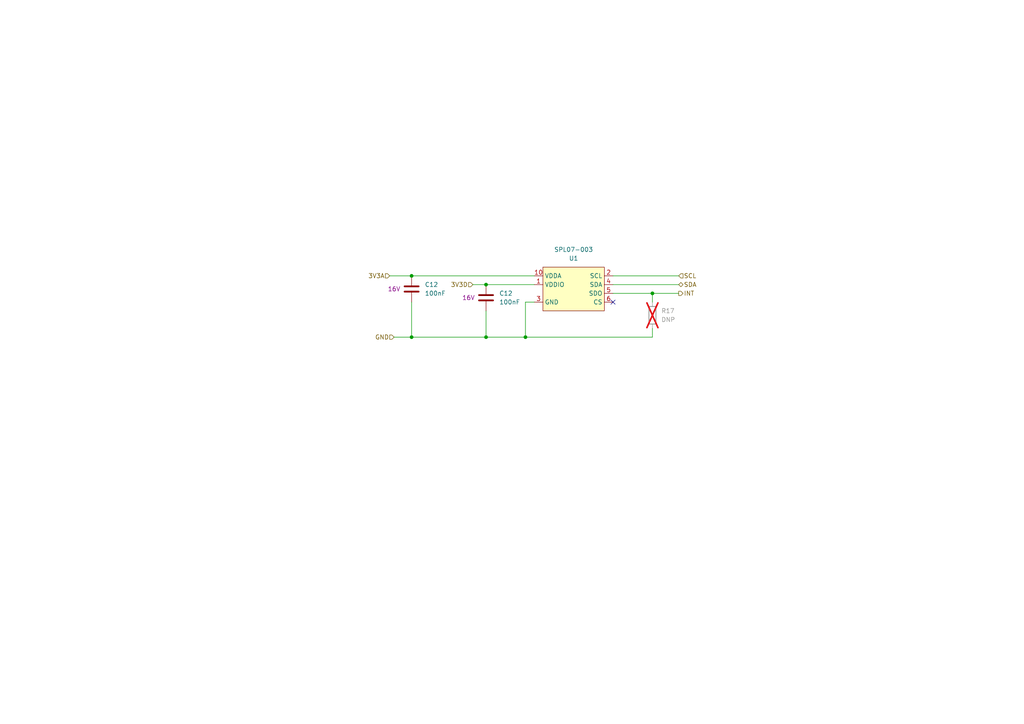
<source format=kicad_sch>
(kicad_sch (version 20230121) (generator eeschema)
  (paper "A4")
  (lib_symbols
    (symbol "Device:C" (pin_numbers hide) (pin_names (offset 0.254))
      (property "Reference" "C" (at 0.635 2.54 0))
      (property "Value" "C" (at 0.635 -2.54 0))
      (symbol "C_0_1"
        (polyline (pts (xy -2.032 -0.762) (xy 2.032 -0.762)) (stroke (width 0.508)))
        (polyline (pts (xy -2.032 0.762) (xy 2.032 0.762)) (stroke (width 0.508)))
      )
      (symbol "C_1_1"
        (pin passive line (at 0 3.81 270) (length 2.794) (name "~") (number "1"))
        (pin passive line (at 0 -3.81 90) (length 2.794) (name "~") (number "2"))
      )
    )
    (symbol "Device:R" (pin_numbers hide) (pin_names (offset 0))
      (property "Reference" "R" (at 2.032 0 90))
      (property "Value" "R" (at 0 0 90))
      (symbol "R_0_1"
        (rectangle (start -1.016 -2.54) (end 1.016 2.54) (stroke (width 0.254)))
      )
      (symbol "R_1_1"
        (pin passive line (at 0 3.81 270) (length 1.27) (name "~") (number "1"))
        (pin passive line (at 0 -3.81 90) (length 1.27) (name "~") (number "2"))
      )
    )
    (symbol "my_library:SPL07-003"
      (property "Reference" "U" (at 0 7.62 0))
      (symbol "SPL07-003_1_1"
        (rectangle (start -8.89 6.35) (end 8.89 -6.35) (fill (type background)))
        (pin power_in line (at -11.43 1.27 0) (length 2.54) (name "VDDIO") (number "1"))
        (pin power_in line (at -11.43 3.81 0) (length 2.54) (name "VDDA") (number "10"))
        (pin passive line (at 11.43 3.81 180) (length 2.54) (name "SCL") (number "2"))
        (pin power_in line (at -11.43 -3.81 0) (length 2.54) (name "GND") (number "3"))
        (pin passive line (at 11.43 1.27 180) (length 2.54) (name "SDA") (number "4"))
        (pin passive line (at 11.43 -1.27 180) (length 2.54) (name "SDO") (number "5"))
        (pin passive line (at 11.43 -3.81 180) (length 2.54) (name "CS") (number "6"))
        (pin no_connect line (at 1.27 -1.27 90) (length 2.54) hide (name "NC") (number "7"))
        (pin power_in line (at -11.43 -3.81 0) (length 2.54) hide (name "GND") (number "8"))
        (pin power_in line (at -11.43 -3.81 0) (length 2.54) hide (name "GND") (number "9"))
      )
    )
  )
  (junction (at 152.4 97.79))
  (junction (at 119.38 80.01))
  (junction (at 189.23 85.09))
  (junction (at 140.97 97.79))
  (junction (at 140.97 82.55))
  (junction (at 119.38 97.79))
  (no_connect (at 177.8 87.63))
  (wire (pts (xy 189.23 87.63) (xy 189.23 85.09)))
  (wire (pts (xy 119.38 87.63) (xy 119.38 97.79)))
  (wire (pts (xy 152.4 87.63) (xy 154.94 87.63)))
  (wire (pts (xy 177.8 85.09) (xy 189.23 85.09)))
  (wire (pts (xy 140.97 82.55) (xy 154.94 82.55)))
  (wire (pts (xy 189.23 85.09) (xy 196.85 85.09)))
  (wire (pts (xy 114.3 97.79) (xy 119.38 97.79)))
  (wire (pts (xy 152.4 97.79) (xy 152.4 87.63)))
  (wire (pts (xy 140.97 97.79) (xy 152.4 97.79)))
  (wire (pts (xy 177.8 82.55) (xy 196.85 82.55)))
  (wire (pts (xy 140.97 90.17) (xy 140.97 97.79)))
  (wire (pts (xy 189.23 97.79) (xy 152.4 97.79)))
  (wire (pts (xy 113.03 80.01) (xy 119.38 80.01)))
  (wire (pts (xy 189.23 95.25) (xy 189.23 97.79)))
  (wire (pts (xy 119.38 97.79) (xy 140.97 97.79)))
  (wire (pts (xy 137.16 82.55) (xy 140.97 82.55)))
  (wire (pts (xy 119.38 80.01) (xy 154.94 80.01)))
  (wire (pts (xy 177.8 80.01) (xy 196.85 80.01)))
  (hierarchical_label "3V3A" (shape input) (at 113.03 80.01 180))
  (hierarchical_label "INT" (shape output) (at 196.85 85.09 0))
  (hierarchical_label "GND" (shape input) (at 114.3 97.79 180))
  (hierarchical_label "SCL" (shape input) (at 196.85 80.01 0))
  (hierarchical_label "3V3D" (shape input) (at 137.16 82.55 180))
  (hierarchical_label "SDA" (shape bidirectional) (at 196.85 82.55 0))
  (symbol (lib_id "Device:R") (at 189.23 91.44 0) (unit 1) (in_bom no) (dnp yes)
    (property "Reference" "R17" (at 191.77 90.17 0) (effects (justify left)))
    (property "Value" "DNP" (at 191.77 92.71 0) (effects (justify left)))
    (property "Footprint" "Resistor_SMD:R_0402_1005Metric" (effects hide))
  )
  (symbol (lib_id "my_library:SPL07-003") (at 166.37 83.82 0) (unit 1)
    (property "Reference" "U1" (at 166.37 74.93 0))
    (property "Value" "SPL07-003" (at 166.37 72.39 0))
    (property "Footprint" "Package_LGA:ST_HLGA-10_2x2mm_P0.5mm_LayoutBorder3x2y" (effects hide))
    (property "Datasheet" "https://mm.digikey.com/Volume0/opasdata/d220001/medias/docus/4843/SPL07-003.pdf" (effects hide))
    (property "Manufacturer PN" "SPL07-003" (effects hide))
    (property "Supplier PN" "4719-SPL07-003CT-ND" (effects hide))
    (property "Supplier" "Digikey" (effects hide))
    (instances (project "flight_computer" (path "" (reference "U1") (unit 1)) (path "" (reference "U5") (unit 1))))
  )
  (symbol (lib_id "Device:C") (at 140.97 86.36 0) (unit 1)
    (property "Reference" "C12" (at 144.78 85.09 0) (effects (justify left)))
    (property "Value" "100nF" (at 144.78 87.63 0) (effects (justify left)))
    (property "Footprint" "Capacitor_SMD:C_0402_1005Metric" (effects hide))
    (property "Datasheet" "https://wmsc.lcsc.com/wmsc/upload/file/pdf/v2/lcsc/2304140030_Samsung-Electro-Mechanics-CL05B104KO5NNNC_C1525.pdf" (effects hide))
    (property "Manufacturer PN" "CL05B104KO5NNNC" (effects hide))
    (property "Supplier PN" "C1525" (effects hide))
    (property "Supplier" "JLC" (effects hide))
    (property "Voltage" "16V" (at 135.89 86.36 0))
    (instances (project "flight_computer" (path "" (reference "C12") (unit 1)) (path "" (reference "C16") (unit 1))))
  )
  (symbol (lib_id "Device:C") (at 119.38 83.82 0) (unit 1)
    (property "Reference" "C12" (at 123.19 82.55 0) (effects (justify left)))
    (property "Value" "100nF" (at 123.19 85.09 0) (effects (justify left)))
    (property "Footprint" "Capacitor_SMD:C_0402_1005Metric" (effects hide))
    (property "Datasheet" "https://wmsc.lcsc.com/wmsc/upload/file/pdf/v2/lcsc/2304140030_Samsung-Electro-Mechanics-CL05B104KO5NNNC_C1525.pdf" (effects hide))
    (property "Manufacturer PN" "CL05B104KO5NNNC" (effects hide))
    (property "Supplier PN" "C1525" (effects hide))
    (property "Supplier" "JLC" (effects hide))
    (property "Voltage" "16V" (at 114.3 83.82 0))
    (instances (project "flight_computer" (path "" (reference "C12") (unit 1)) (path "" (reference "C15") (unit 1))))
  )
)
</source>
